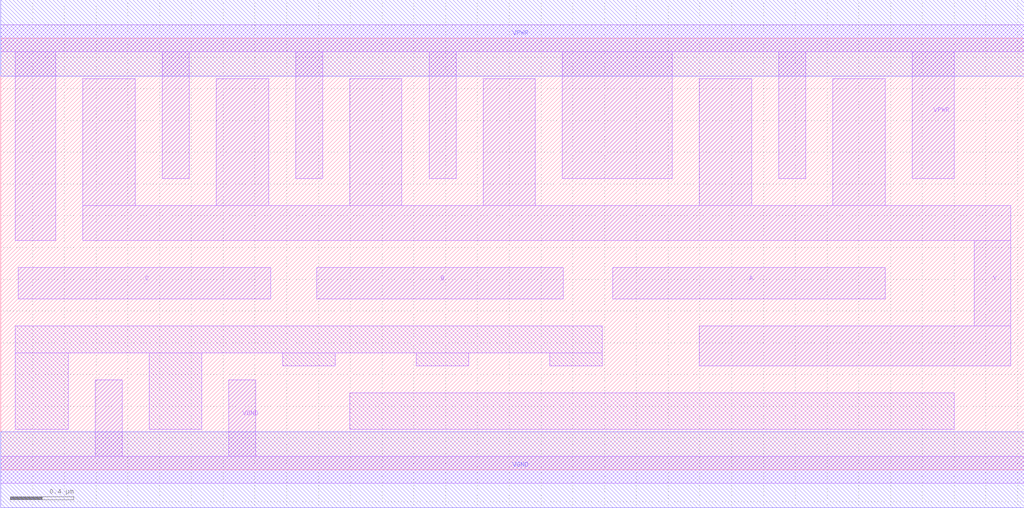
<source format=lef>
# Copyright 2020 The SkyWater PDK Authors
#
# Licensed under the Apache License, Version 2.0 (the "License");
# you may not use this file except in compliance with the License.
# You may obtain a copy of the License at
#
#     https://www.apache.org/licenses/LICENSE-2.0
#
# Unless required by applicable law or agreed to in writing, software
# distributed under the License is distributed on an "AS IS" BASIS,
# WITHOUT WARRANTIES OR CONDITIONS OF ANY KIND, either express or implied.
# See the License for the specific language governing permissions and
# limitations under the License.
#
# SPDX-License-Identifier: Apache-2.0

VERSION 5.5 ;
NAMESCASESENSITIVE ON ;
BUSBITCHARS "[]" ;
DIVIDERCHAR "/" ;
MACRO sky130_fd_sc_hd__nand3_4
  CLASS CORE ;
  SOURCE USER ;
  ORIGIN  0.000000  0.000000 ;
  SIZE  6.440000 BY  2.720000 ;
  SYMMETRY X Y R90 ;
  SITE unithd ;
  PIN A
    ANTENNAGATEAREA  0.990000 ;
    DIRECTION INPUT ;
    USE SIGNAL ;
    PORT
      LAYER li1 ;
        RECT 3.850000 1.075000 5.565000 1.275000 ;
    END
  END A
  PIN B
    ANTENNAGATEAREA  0.990000 ;
    DIRECTION INPUT ;
    USE SIGNAL ;
    PORT
      LAYER li1 ;
        RECT 1.990000 1.075000 3.540000 1.275000 ;
    END
  END B
  PIN C
    ANTENNAGATEAREA  0.990000 ;
    DIRECTION INPUT ;
    USE SIGNAL ;
    PORT
      LAYER li1 ;
        RECT 0.110000 1.075000 1.700000 1.275000 ;
    END
  END C
  PIN Y
    ANTENNADIFFAREA  1.971000 ;
    DIRECTION OUTPUT ;
    USE SIGNAL ;
    PORT
      LAYER li1 ;
        RECT 0.515000 1.445000 6.355000 1.665000 ;
        RECT 0.515000 1.665000 0.845000 2.465000 ;
        RECT 1.355000 1.665000 1.685000 2.465000 ;
        RECT 2.195000 1.665000 2.525000 2.465000 ;
        RECT 3.035000 1.665000 3.365000 2.465000 ;
        RECT 4.395000 0.655000 6.355000 0.905000 ;
        RECT 4.395000 1.665000 4.725000 2.465000 ;
        RECT 5.235000 1.665000 5.565000 2.465000 ;
        RECT 6.125000 0.905000 6.355000 1.445000 ;
    END
  END Y
  PIN VGND
    DIRECTION INOUT ;
    SHAPE ABUTMENT ;
    USE GROUND ;
    PORT
      LAYER li1 ;
        RECT 0.000000 -0.085000 6.440000 0.085000 ;
        RECT 0.595000  0.085000 0.765000 0.565000 ;
        RECT 1.435000  0.085000 1.605000 0.565000 ;
    END
    PORT
      LAYER met1 ;
        RECT 0.000000 -0.240000 6.440000 0.240000 ;
    END
  END VGND
  PIN VPWR
    DIRECTION INOUT ;
    SHAPE ABUTMENT ;
    USE POWER ;
    PORT
      LAYER li1 ;
        RECT 0.000000 2.635000 6.440000 2.805000 ;
        RECT 0.090000 1.445000 0.345000 2.635000 ;
        RECT 1.015000 1.835000 1.185000 2.635000 ;
        RECT 1.855000 1.835000 2.025000 2.635000 ;
        RECT 2.695000 1.835000 2.865000 2.635000 ;
        RECT 3.535000 1.835000 4.225000 2.635000 ;
        RECT 4.895000 1.835000 5.065000 2.635000 ;
        RECT 5.735000 1.835000 6.000000 2.635000 ;
    END
    PORT
      LAYER met1 ;
        RECT 0.000000 2.480000 6.440000 2.960000 ;
    END
  END VPWR
  OBS
    LAYER li1 ;
      RECT 0.090000 0.255000 0.425000 0.735000 ;
      RECT 0.090000 0.735000 3.785000 0.905000 ;
      RECT 0.935000 0.255000 1.265000 0.735000 ;
      RECT 1.775000 0.655000 2.105000 0.735000 ;
      RECT 2.195000 0.255000 6.000000 0.485000 ;
      RECT 2.615000 0.655000 2.945000 0.735000 ;
      RECT 3.455000 0.655000 3.785000 0.735000 ;
  END
END sky130_fd_sc_hd__nand3_4

</source>
